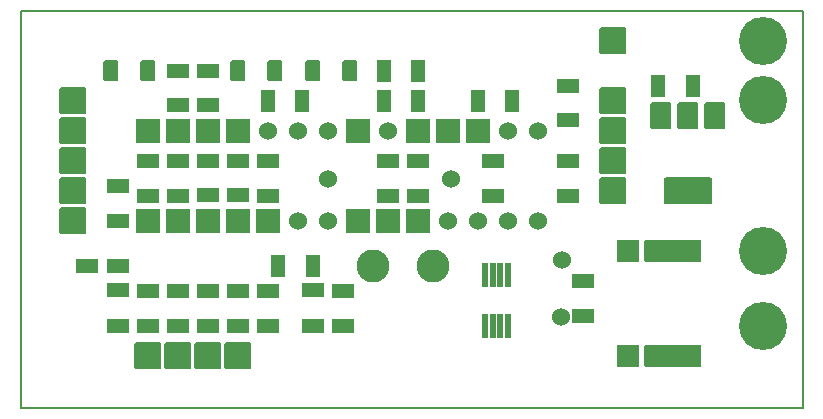
<source format=gbr>
G04 PROTEUS RS274X GERBER FILE*
%FSLAX45Y45*%
%MOMM*%
G01*
%ADD73C,1.016000*%
%ADD30C,1.524000*%
%AMPPAD025*
4,1,36,
-1.016000,1.143000,
1.016000,1.143000,
1.041970,1.140470,
1.065980,1.133200,
1.087580,1.121650,
1.106290,1.106290,
1.121650,1.087570,
1.133200,1.065980,
1.140470,1.041970,
1.143000,1.016000,
1.143000,-1.016000,
1.140470,-1.041970,
1.133200,-1.065980,
1.121650,-1.087570,
1.106290,-1.106290,
1.087580,-1.121650,
1.065980,-1.133200,
1.041970,-1.140470,
1.016000,-1.143000,
-1.016000,-1.143000,
-1.041970,-1.140470,
-1.065980,-1.133200,
-1.087580,-1.121650,
-1.106290,-1.106290,
-1.121650,-1.087570,
-1.133200,-1.065980,
-1.140470,-1.041970,
-1.143000,-1.016000,
-1.143000,1.016000,
-1.140470,1.041970,
-1.133200,1.065980,
-1.121650,1.087570,
-1.106290,1.106290,
-1.087580,1.121650,
-1.065980,1.133200,
-1.041970,1.140470,
-1.016000,1.143000,
0*%
%ADD31PPAD025*%
%AMPPAD029*
4,1,4,
0.571500,0.901700,
-0.571500,0.901700,
-0.571500,-0.901700,
0.571500,-0.901700,
0.571500,0.901700,
0*%
%ADD35PPAD029*%
%AMPPAD030*
4,1,4,
0.901700,-0.571500,
0.901700,0.571500,
-0.901700,0.571500,
-0.901700,-0.571500,
0.901700,-0.571500,
0*%
%ADD36PPAD030*%
%AMPPAD031*
4,1,4,
0.901700,-0.622300,
0.901700,0.622300,
-0.901700,0.622300,
-0.901700,-0.622300,
0.901700,-0.622300,
0*%
%ADD37PPAD031*%
%ADD32C,2.794000*%
%AMPPAD032*
4,1,36,
-0.508000,-0.889000,
0.508000,-0.889000,
0.533970,-0.886470,
0.557980,-0.879200,
0.579580,-0.867650,
0.598290,-0.852290,
0.613650,-0.833570,
0.625200,-0.811980,
0.632470,-0.787970,
0.635000,-0.762000,
0.635000,0.762000,
0.632470,0.787970,
0.625200,0.811980,
0.613650,0.833570,
0.598290,0.852290,
0.579580,0.867650,
0.557980,0.879200,
0.533970,0.886470,
0.508000,0.889000,
-0.508000,0.889000,
-0.533970,0.886470,
-0.557980,0.879200,
-0.579580,0.867650,
-0.598290,0.852290,
-0.613650,0.833570,
-0.625200,0.811980,
-0.632470,0.787970,
-0.635000,0.762000,
-0.635000,-0.762000,
-0.632470,-0.787970,
-0.625200,-0.811980,
-0.613650,-0.833570,
-0.598290,-0.852290,
-0.579580,-0.867650,
-0.557980,-0.879200,
-0.533970,-0.886470,
-0.508000,-0.889000,
0*%
%ADD38PPAD032*%
%AMPPAD027*
4,1,36,
-0.889000,1.016000,
0.889000,1.016000,
0.914970,1.013470,
0.938980,1.006200,
0.960580,0.994650,
0.979290,0.979290,
0.994650,0.960570,
1.006200,0.938980,
1.013470,0.914970,
1.016000,0.889000,
1.016000,-0.889000,
1.013470,-0.914970,
1.006200,-0.938980,
0.994650,-0.960570,
0.979290,-0.979290,
0.960580,-0.994650,
0.938980,-1.006200,
0.914970,-1.013470,
0.889000,-1.016000,
-0.889000,-1.016000,
-0.914970,-1.013470,
-0.938980,-1.006200,
-0.960580,-0.994650,
-0.979290,-0.979290,
-0.994650,-0.960570,
-1.006200,-0.938980,
-1.013470,-0.914970,
-1.016000,-0.889000,
-1.016000,0.889000,
-1.013470,0.914970,
-1.006200,0.938980,
-0.994650,0.960570,
-0.979290,0.979290,
-0.960580,0.994650,
-0.938980,1.006200,
-0.914970,1.013470,
-0.889000,1.016000,
0*%
%ADD33PPAD027*%
%AMPPAD033*
4,1,36,
-0.762000,-1.143000,
0.762000,-1.143000,
0.787970,-1.140470,
0.811980,-1.133200,
0.833580,-1.121650,
0.852290,-1.106290,
0.867650,-1.087570,
0.879200,-1.065980,
0.886470,-1.041970,
0.889000,-1.016000,
0.889000,1.016000,
0.886470,1.041970,
0.879200,1.065980,
0.867650,1.087570,
0.852290,1.106290,
0.833580,1.121650,
0.811980,1.133200,
0.787970,1.140470,
0.762000,1.143000,
-0.762000,1.143000,
-0.787970,1.140470,
-0.811980,1.133200,
-0.833580,1.121650,
-0.852290,1.106290,
-0.867650,1.087570,
-0.879200,1.065980,
-0.886470,1.041970,
-0.889000,1.016000,
-0.889000,-1.016000,
-0.886470,-1.041970,
-0.879200,-1.065980,
-0.867650,-1.087570,
-0.852290,-1.106290,
-0.833580,-1.121650,
-0.811980,-1.133200,
-0.787970,-1.140470,
-0.762000,-1.143000,
0*%
%ADD39PPAD033*%
%AMPPAD034*
4,1,36,
2.032000,-1.016000,
2.032000,1.016000,
2.029470,1.041970,
2.022200,1.065980,
2.010650,1.087580,
1.995290,1.106290,
1.976570,1.121650,
1.954980,1.133200,
1.930970,1.140470,
1.905000,1.143000,
-1.905000,1.143000,
-1.930970,1.140470,
-1.954980,1.133200,
-1.976570,1.121650,
-1.995290,1.106290,
-2.010650,1.087580,
-2.022200,1.065980,
-2.029470,1.041970,
-2.032000,1.016000,
-2.032000,-1.016000,
-2.029470,-1.041970,
-2.022200,-1.065980,
-2.010650,-1.087580,
-1.995290,-1.106290,
-1.976570,-1.121650,
-1.954980,-1.133200,
-1.930970,-1.140470,
-1.905000,-1.143000,
1.905000,-1.143000,
1.930970,-1.140470,
1.954980,-1.133200,
1.976570,-1.121650,
1.995290,-1.106290,
2.010650,-1.087580,
2.022200,-1.065980,
2.029470,-1.041970,
2.032000,-1.016000,
0*%
%ADD40PPAD034*%
%AMPPAD035*
4,1,36,
-2.413000,0.825500,
-2.413000,-0.825500,
-2.410470,-0.851470,
-2.403200,-0.875480,
-2.391650,-0.897080,
-2.376290,-0.915790,
-2.357570,-0.931150,
-2.335980,-0.942700,
-2.311970,-0.949970,
-2.286000,-0.952500,
2.286000,-0.952500,
2.311970,-0.949970,
2.335980,-0.942700,
2.357570,-0.931150,
2.376290,-0.915790,
2.391650,-0.897080,
2.403200,-0.875480,
2.410470,-0.851470,
2.413000,-0.825500,
2.413000,0.825500,
2.410470,0.851470,
2.403200,0.875480,
2.391650,0.897080,
2.376290,0.915790,
2.357570,0.931150,
2.335980,0.942700,
2.311970,0.949970,
2.286000,0.952500,
-2.286000,0.952500,
-2.311970,0.949970,
-2.335980,0.942700,
-2.357570,0.931150,
-2.376290,0.915790,
-2.391650,0.897080,
-2.403200,0.875480,
-2.410470,0.851470,
-2.413000,0.825500,
0*%
%ADD41PPAD035*%
%AMPPAD036*
4,1,36,
-0.952500,0.825500,
-0.952500,-0.825500,
-0.949970,-0.851470,
-0.942700,-0.875480,
-0.931150,-0.897080,
-0.915790,-0.915790,
-0.897070,-0.931150,
-0.875480,-0.942700,
-0.851470,-0.949970,
-0.825500,-0.952500,
0.825500,-0.952500,
0.851470,-0.949970,
0.875480,-0.942700,
0.897070,-0.931150,
0.915790,-0.915790,
0.931150,-0.897080,
0.942700,-0.875480,
0.949970,-0.851470,
0.952500,-0.825500,
0.952500,0.825500,
0.949970,0.851470,
0.942700,0.875480,
0.931150,0.897080,
0.915790,0.915790,
0.897070,0.931150,
0.875480,0.942700,
0.851470,0.949970,
0.825500,0.952500,
-0.825500,0.952500,
-0.851470,0.949970,
-0.875480,0.942700,
-0.897070,0.931150,
-0.915790,0.915790,
-0.931150,0.897080,
-0.942700,0.875480,
-0.949970,0.851470,
-0.952500,0.825500,
0*%
%ADD42PPAD036*%
%ADD34C,4.064000*%
%AMPPAD037*
4,1,36,
-0.152400,1.016000,
0.152400,1.016000,
0.178370,1.013470,
0.202380,1.006200,
0.223980,0.994650,
0.242690,0.979290,
0.258050,0.960570,
0.269600,0.938980,
0.276870,0.914970,
0.279400,0.889000,
0.279400,-0.889000,
0.276870,-0.914970,
0.269600,-0.938980,
0.258050,-0.960570,
0.242690,-0.979290,
0.223980,-0.994650,
0.202380,-1.006200,
0.178370,-1.013470,
0.152400,-1.016000,
-0.152400,-1.016000,
-0.178370,-1.013470,
-0.202380,-1.006200,
-0.223980,-0.994650,
-0.242690,-0.979290,
-0.258050,-0.960570,
-0.269600,-0.938980,
-0.276870,-0.914970,
-0.279400,-0.889000,
-0.279400,0.889000,
-0.276870,0.914970,
-0.269600,0.938980,
-0.258050,0.960570,
-0.242690,0.979290,
-0.223980,0.994650,
-0.202380,1.006200,
-0.178370,1.013470,
-0.152400,1.016000,
0*%
%ADD43PPAD037*%
%ADD18C,0.203200*%
D73*
X+531044Y+6699222D03*
D30*
X+1469122Y+6017546D03*
X+1467380Y+5536724D03*
X+530263Y+6698441D03*
X-510640Y+6698441D03*
D31*
X-2667000Y+6350000D03*
X-2667000Y+6604000D03*
X-2667000Y+6858000D03*
X-2667000Y+7112000D03*
X-2667000Y+7366000D03*
X+1905000Y+6604000D03*
X+1905000Y+6858000D03*
X+1905000Y+7366000D03*
X+1905000Y+7112000D03*
D35*
X+1052000Y+7366000D03*
X+762000Y+7366000D03*
D36*
X-2286000Y+6350000D03*
X-2286000Y+6640000D03*
D37*
X-2286000Y+5969000D03*
X-2546000Y+5969000D03*
D36*
X+254000Y+6858000D03*
X+254000Y+6558000D03*
X+0Y+6858000D03*
X+0Y+6558000D03*
D32*
X-127000Y+5969000D03*
X+381000Y+5969000D03*
D36*
X-2032000Y+6558000D03*
X-2032000Y+6858000D03*
X+1524000Y+7203000D03*
X+1524000Y+7493000D03*
X-1524000Y+7620000D03*
X-1524000Y+7330000D03*
D35*
X-726000Y+7366000D03*
X-1016000Y+7366000D03*
D36*
X-1778000Y+7620000D03*
X-1778000Y+7330000D03*
D38*
X-1270000Y+7620000D03*
X-955040Y+7620000D03*
X-320040Y+7620000D03*
X-635000Y+7620000D03*
X-2032000Y+7620000D03*
X-2346960Y+7620000D03*
D33*
X-2032000Y+6350000D03*
X-1778000Y+6350000D03*
X-1524000Y+6350000D03*
X-1270000Y+6350000D03*
X-1016000Y+6350000D03*
D30*
X-762000Y+6350000D03*
X-508000Y+6350000D03*
D33*
X-254000Y+6350000D03*
X+0Y+6350000D03*
X+254000Y+6350000D03*
D30*
X+508000Y+6350000D03*
X+762000Y+6350000D03*
X+1016000Y+6350000D03*
X+1270000Y+6350000D03*
X+1270000Y+7112000D03*
X+1016000Y+7112000D03*
D33*
X+762000Y+7112000D03*
X+508000Y+7112000D03*
X+254000Y+7112000D03*
D30*
X+0Y+7112000D03*
D33*
X-254000Y+7112000D03*
D30*
X-508000Y+7112000D03*
X-762000Y+7112000D03*
X-1016000Y+7112000D03*
D33*
X-1270000Y+7112000D03*
X-1524000Y+7112000D03*
X-1778000Y+7112000D03*
X-2030000Y+7112000D03*
D39*
X+2308860Y+7233920D03*
D40*
X+2540000Y+6604000D03*
D39*
X+2540000Y+7233920D03*
X+2771140Y+7233920D03*
D35*
X+2286000Y+7493000D03*
X+2586000Y+7493000D03*
D36*
X+1524000Y+6858000D03*
X+1524000Y+6558000D03*
X-1778000Y+5751000D03*
X-1778000Y+5461000D03*
X-2032000Y+5461000D03*
X-2032000Y+5751000D03*
X-2286000Y+5461000D03*
X-2286000Y+5761000D03*
D31*
X-1778000Y+5207000D03*
X-1524000Y+5207000D03*
X-1270000Y+5207000D03*
X+1905000Y+7874000D03*
D35*
X-36000Y+7620000D03*
X+254000Y+7620000D03*
X-36000Y+7366000D03*
X+254000Y+7366000D03*
D36*
X-1524000Y+5751000D03*
X-1524000Y+5461000D03*
X-1524000Y+6858000D03*
X-1524000Y+6568000D03*
X-1778000Y+6858000D03*
X-1778000Y+6558000D03*
X-1016000Y+5751000D03*
X-1016000Y+5461000D03*
X-381000Y+5751000D03*
X-381000Y+5461000D03*
X-1016000Y+6858000D03*
X-1016000Y+6558000D03*
X-1270000Y+5751000D03*
X-1270000Y+5461000D03*
X-1270000Y+6858000D03*
X-1270000Y+6568000D03*
D31*
X-2032000Y+5207000D03*
D41*
X+2413000Y+6096000D03*
X+2413000Y+5207000D03*
D42*
X+2032000Y+5207000D03*
X+2032000Y+6096000D03*
D34*
X+3175000Y+7374000D03*
X+3175000Y+7874000D03*
X+3175000Y+6096000D03*
D43*
X+1016000Y+5461000D03*
X+951000Y+5461000D03*
X+886000Y+5461000D03*
X+821000Y+5461000D03*
X+821000Y+5891000D03*
X+886000Y+5891000D03*
X+951000Y+5891000D03*
X+1016000Y+5891000D03*
D34*
X+3175000Y+5461000D03*
D36*
X-635000Y+5761000D03*
X-635000Y+5461000D03*
X+1651000Y+5842000D03*
X+1651000Y+5542000D03*
D35*
X-635000Y+5969000D03*
X-935000Y+5969000D03*
D36*
X+889000Y+6858000D03*
X+889000Y+6558000D03*
D18*
X-3108960Y+4765040D02*
X+3512000Y+4765040D01*
X+3512000Y+8128000D01*
X-3108960Y+8128000D01*
X-3108960Y+4765040D01*
M02*

</source>
